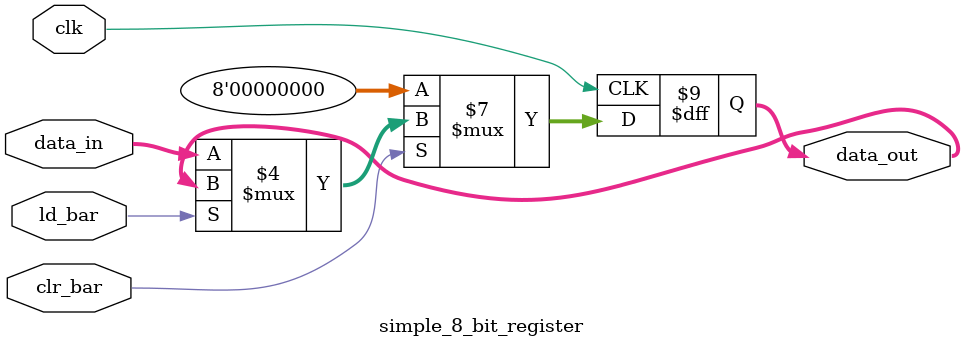
<source format=v>

module simple_8_bit_register (
    input       [7:0]   data_in,
    input               clk,
    input               ld_bar,
    input               clr_bar,
    output  reg [7:0]   data_out
);

always @ (posedge clk) begin
    if (~clr_bar) begin
        data_out <= 0;
    end else if (~ld_bar) begin
        data_out <= data_in;
    end
end

endmodule

</source>
